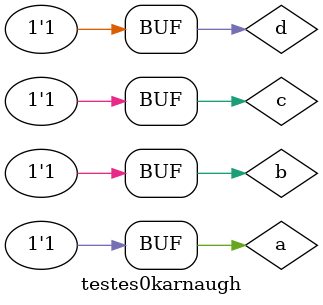
<source format=v>


module s0Karnaugh (s0,a,b,c,d);
output s0;
input a,b,c,d;
wire t1,t2,t3,t4,t5,t,t7,t8;

and AND1 (t1,~a,~b,~c,d);
and AND2 (t2,~a,~b,c,~d);
and AND3 (t3,~a,b,~c,~d);
and AND4 (t4,a,~b,~c,~d);
and AND5 (t5,a,~b,c,d);
and AND6 (t6,a,b,~c,d);
and AND7 (t7,~a,b,c,d);
and AND8 (t8,a,b,c,~d);

or OR1 (s0,t1,t2,t3,t4,t5,t6,t7,t8); 

endmodule //fim s0Karnaugh

// ---------------------
// --teste s0 Karnaugh
// ---------------------

module testes0karnaugh;

wire s0;
reg a,b,c,d;

s0Karnaugh Teste (s0,a,b,c,d);

 initial begin
      $display("\na  b   c   d  s0\n");
      $monitor("%b  %b   %b   %b  %b", a, b, c, d, s0);
  
	     a=0; b=0; c=0; d=0;  
    #1  a=0; b=0; c=0; d=1;
    #1  a=0; b=0; c=1; d=0;
    #1  a=0; b=0; c=1; d=1;
    #1  a=0; b=1; c=0; d=0;
 	 #1  a=0; b=1; c=0; d=1;
    #1  a=0; b=1; c=1; d=0;
    #1  a=0; b=1; c=1; d=1;
    #1  a=1; b=0; c=0; d=0;
    #1  a=1; b=0; c=0; d=1;
    #1  a=1; b=0; c=1; d=0;
    #1  a=1; b=0; c=1; d=1;
    #1  a=1; b=1; c=0; d=0;
    #1  a=1; b=1; c=0; d=1;
    #1  a=1; b=1; c=1; d=0;
    #1  a=1; b=1; c=1; d=1;
        
    end
    endmodule
//fim testes0karnaugh
</source>
